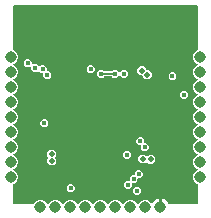
<source format=gbr>
G04 EAGLE Gerber RS-274X export*
G75*
%MOMM*%
%FSLAX34Y34*%
%LPD*%
%INCopper Layer 2*%
%IPPOS*%
%AMOC8*
5,1,8,0,0,1.08239X$1,22.5*%
G01*
%ADD10C,0.975000*%
%ADD11C,0.403200*%
%ADD12C,0.503200*%
%ADD13C,0.200000*%

G36*
X21074Y2382D02*
X21074Y2382D01*
X21190Y2399D01*
X21196Y2401D01*
X21202Y2402D01*
X21305Y2457D01*
X21410Y2510D01*
X21414Y2515D01*
X21419Y2518D01*
X21499Y2602D01*
X21582Y2686D01*
X21585Y2692D01*
X21589Y2696D01*
X21597Y2713D01*
X21663Y2833D01*
X21984Y3608D01*
X23713Y5337D01*
X25972Y6273D01*
X28416Y6273D01*
X30675Y5337D01*
X32404Y3608D01*
X32725Y2833D01*
X32787Y2733D01*
X32847Y2633D01*
X32852Y2629D01*
X32855Y2624D01*
X32945Y2549D01*
X33034Y2473D01*
X33040Y2471D01*
X33044Y2467D01*
X33153Y2425D01*
X33262Y2381D01*
X33270Y2380D01*
X33274Y2379D01*
X33292Y2378D01*
X33429Y2363D01*
X33659Y2363D01*
X33774Y2382D01*
X33890Y2399D01*
X33896Y2401D01*
X33902Y2402D01*
X34005Y2457D01*
X34110Y2510D01*
X34114Y2515D01*
X34119Y2518D01*
X34199Y2602D01*
X34282Y2686D01*
X34285Y2692D01*
X34289Y2696D01*
X34297Y2713D01*
X34363Y2833D01*
X34684Y3608D01*
X36413Y5337D01*
X38672Y6273D01*
X41116Y6273D01*
X43375Y5337D01*
X45104Y3608D01*
X45425Y2833D01*
X45487Y2733D01*
X45547Y2633D01*
X45552Y2629D01*
X45555Y2624D01*
X45645Y2549D01*
X45734Y2473D01*
X45740Y2471D01*
X45744Y2467D01*
X45853Y2425D01*
X45962Y2381D01*
X45970Y2380D01*
X45974Y2379D01*
X45992Y2378D01*
X46129Y2363D01*
X46359Y2363D01*
X46474Y2382D01*
X46590Y2399D01*
X46596Y2401D01*
X46602Y2402D01*
X46705Y2457D01*
X46810Y2510D01*
X46814Y2515D01*
X46819Y2518D01*
X46900Y2603D01*
X46982Y2686D01*
X46985Y2692D01*
X46989Y2696D01*
X46997Y2713D01*
X47063Y2833D01*
X47384Y3608D01*
X49113Y5337D01*
X51372Y6273D01*
X53816Y6273D01*
X56075Y5337D01*
X57804Y3608D01*
X58125Y2833D01*
X58187Y2733D01*
X58247Y2633D01*
X58252Y2629D01*
X58255Y2624D01*
X58345Y2549D01*
X58434Y2473D01*
X58440Y2471D01*
X58444Y2467D01*
X58553Y2425D01*
X58662Y2381D01*
X58669Y2380D01*
X58674Y2379D01*
X58692Y2378D01*
X58829Y2363D01*
X59059Y2363D01*
X59174Y2382D01*
X59290Y2399D01*
X59296Y2401D01*
X59302Y2402D01*
X59405Y2457D01*
X59510Y2510D01*
X59514Y2515D01*
X59519Y2518D01*
X59600Y2603D01*
X59682Y2686D01*
X59685Y2692D01*
X59689Y2696D01*
X59697Y2713D01*
X59763Y2833D01*
X60084Y3608D01*
X61813Y5337D01*
X64072Y6273D01*
X66516Y6273D01*
X68775Y5337D01*
X70504Y3608D01*
X70825Y2833D01*
X70887Y2733D01*
X70947Y2633D01*
X70952Y2629D01*
X70955Y2624D01*
X71045Y2549D01*
X71134Y2473D01*
X71140Y2471D01*
X71144Y2467D01*
X71253Y2425D01*
X71362Y2381D01*
X71369Y2380D01*
X71374Y2379D01*
X71392Y2378D01*
X71529Y2363D01*
X71759Y2363D01*
X71874Y2382D01*
X71990Y2399D01*
X71996Y2401D01*
X72002Y2402D01*
X72105Y2457D01*
X72210Y2510D01*
X72214Y2515D01*
X72219Y2518D01*
X72300Y2603D01*
X72382Y2686D01*
X72385Y2692D01*
X72389Y2696D01*
X72397Y2713D01*
X72463Y2833D01*
X72784Y3608D01*
X74513Y5337D01*
X76772Y6273D01*
X79216Y6273D01*
X81475Y5337D01*
X83204Y3608D01*
X83525Y2833D01*
X83587Y2733D01*
X83647Y2633D01*
X83652Y2629D01*
X83655Y2624D01*
X83745Y2549D01*
X83834Y2473D01*
X83840Y2471D01*
X83844Y2467D01*
X83953Y2425D01*
X84062Y2381D01*
X84069Y2380D01*
X84074Y2379D01*
X84092Y2378D01*
X84229Y2363D01*
X84459Y2363D01*
X84574Y2382D01*
X84690Y2399D01*
X84696Y2401D01*
X84702Y2402D01*
X84805Y2457D01*
X84910Y2510D01*
X84914Y2515D01*
X84919Y2518D01*
X84999Y2602D01*
X85082Y2686D01*
X85085Y2692D01*
X85089Y2696D01*
X85097Y2713D01*
X85163Y2833D01*
X85484Y3608D01*
X87213Y5337D01*
X89472Y6273D01*
X91916Y6273D01*
X94175Y5337D01*
X95904Y3608D01*
X96225Y2833D01*
X96287Y2733D01*
X96347Y2633D01*
X96352Y2629D01*
X96355Y2624D01*
X96445Y2549D01*
X96534Y2473D01*
X96540Y2471D01*
X96544Y2467D01*
X96653Y2425D01*
X96762Y2381D01*
X96770Y2380D01*
X96774Y2379D01*
X96792Y2378D01*
X96929Y2363D01*
X97159Y2363D01*
X97274Y2382D01*
X97390Y2399D01*
X97396Y2401D01*
X97402Y2402D01*
X97505Y2457D01*
X97610Y2510D01*
X97614Y2515D01*
X97619Y2518D01*
X97699Y2602D01*
X97782Y2686D01*
X97785Y2692D01*
X97789Y2696D01*
X97797Y2713D01*
X97863Y2833D01*
X98184Y3608D01*
X99913Y5337D01*
X102172Y6273D01*
X104616Y6273D01*
X106875Y5337D01*
X108604Y3608D01*
X108925Y2833D01*
X108987Y2733D01*
X109047Y2633D01*
X109052Y2629D01*
X109055Y2624D01*
X109145Y2549D01*
X109234Y2473D01*
X109240Y2471D01*
X109244Y2467D01*
X109353Y2425D01*
X109462Y2381D01*
X109470Y2380D01*
X109474Y2379D01*
X109492Y2378D01*
X109629Y2363D01*
X109859Y2363D01*
X109974Y2382D01*
X110090Y2399D01*
X110096Y2401D01*
X110102Y2402D01*
X110205Y2457D01*
X110310Y2510D01*
X110314Y2515D01*
X110319Y2518D01*
X110399Y2602D01*
X110482Y2686D01*
X110485Y2692D01*
X110489Y2696D01*
X110497Y2713D01*
X110563Y2833D01*
X110884Y3608D01*
X112613Y5337D01*
X114872Y6273D01*
X117316Y6273D01*
X119575Y5337D01*
X121186Y3726D01*
X121263Y3671D01*
X121335Y3611D01*
X121362Y3600D01*
X121386Y3583D01*
X121476Y3555D01*
X121564Y3521D01*
X121593Y3519D01*
X121621Y3510D01*
X121715Y3513D01*
X121809Y3508D01*
X121837Y3516D01*
X121867Y3517D01*
X121955Y3549D01*
X122046Y3575D01*
X122070Y3591D01*
X122098Y3601D01*
X122171Y3660D01*
X122249Y3713D01*
X122273Y3742D01*
X122290Y3755D01*
X122307Y3782D01*
X122357Y3842D01*
X123034Y4854D01*
X124067Y5887D01*
X125281Y6699D01*
X126631Y7258D01*
X127271Y7385D01*
X127271Y3124D01*
X127274Y3104D01*
X127272Y3085D01*
X127294Y2983D01*
X127311Y2881D01*
X127320Y2864D01*
X127324Y2844D01*
X127377Y2755D01*
X127426Y2664D01*
X127440Y2650D01*
X127450Y2633D01*
X127529Y2566D01*
X127604Y2494D01*
X127622Y2486D01*
X127637Y2473D01*
X127733Y2434D01*
X127827Y2391D01*
X127847Y2389D01*
X127865Y2381D01*
X128032Y2363D01*
X129556Y2363D01*
X129576Y2366D01*
X129595Y2364D01*
X129697Y2386D01*
X129799Y2402D01*
X129816Y2412D01*
X129836Y2416D01*
X129925Y2469D01*
X130016Y2518D01*
X130030Y2532D01*
X130047Y2542D01*
X130114Y2621D01*
X130185Y2696D01*
X130194Y2714D01*
X130207Y2729D01*
X130246Y2825D01*
X130289Y2919D01*
X130291Y2939D01*
X130299Y2957D01*
X130317Y3124D01*
X130317Y7385D01*
X130957Y7258D01*
X132307Y6699D01*
X133521Y5887D01*
X134554Y4854D01*
X135366Y3640D01*
X135700Y2833D01*
X135762Y2733D01*
X135822Y2633D01*
X135826Y2629D01*
X135830Y2624D01*
X135920Y2549D01*
X136008Y2473D01*
X136014Y2471D01*
X136019Y2467D01*
X136128Y2425D01*
X136237Y2381D01*
X136244Y2380D01*
X136249Y2379D01*
X136267Y2378D01*
X136403Y2363D01*
X159817Y2363D01*
X159837Y2366D01*
X159856Y2364D01*
X159958Y2386D01*
X160060Y2402D01*
X160077Y2412D01*
X160097Y2416D01*
X160186Y2469D01*
X160277Y2518D01*
X160291Y2532D01*
X160308Y2542D01*
X160375Y2621D01*
X160447Y2696D01*
X160455Y2714D01*
X160468Y2729D01*
X160507Y2825D01*
X160550Y2919D01*
X160552Y2939D01*
X160560Y2957D01*
X160578Y3124D01*
X160578Y19286D01*
X160559Y19401D01*
X160542Y19517D01*
X160540Y19522D01*
X160539Y19529D01*
X160484Y19631D01*
X160431Y19736D01*
X160426Y19740D01*
X160423Y19746D01*
X160339Y19826D01*
X160255Y19908D01*
X160249Y19912D01*
X160245Y19915D01*
X160228Y19923D01*
X160108Y19989D01*
X159117Y20400D01*
X157388Y22129D01*
X156452Y24388D01*
X156452Y26832D01*
X157388Y29091D01*
X159117Y30820D01*
X160108Y31231D01*
X160208Y31292D01*
X160308Y31352D01*
X160312Y31357D01*
X160317Y31360D01*
X160391Y31450D01*
X160468Y31539D01*
X160470Y31545D01*
X160474Y31550D01*
X160516Y31658D01*
X160560Y31767D01*
X160561Y31775D01*
X160562Y31780D01*
X160563Y31798D01*
X160578Y31934D01*
X160578Y31986D01*
X160573Y32020D01*
X160573Y32025D01*
X160571Y32033D01*
X160559Y32101D01*
X160542Y32217D01*
X160540Y32222D01*
X160539Y32229D01*
X160484Y32331D01*
X160431Y32436D01*
X160426Y32440D01*
X160423Y32446D01*
X160339Y32526D01*
X160255Y32608D01*
X160249Y32612D01*
X160245Y32615D01*
X160228Y32623D01*
X160108Y32689D01*
X159117Y33100D01*
X157388Y34829D01*
X156452Y37088D01*
X156452Y39532D01*
X157388Y41791D01*
X159117Y43520D01*
X160108Y43931D01*
X160208Y43992D01*
X160308Y44052D01*
X160312Y44057D01*
X160317Y44060D01*
X160392Y44150D01*
X160468Y44239D01*
X160470Y44245D01*
X160474Y44250D01*
X160516Y44358D01*
X160560Y44467D01*
X160561Y44475D01*
X160562Y44480D01*
X160563Y44498D01*
X160578Y44634D01*
X160578Y44686D01*
X160573Y44720D01*
X160573Y44725D01*
X160571Y44733D01*
X160559Y44801D01*
X160542Y44917D01*
X160540Y44922D01*
X160539Y44929D01*
X160484Y45031D01*
X160431Y45136D01*
X160426Y45140D01*
X160423Y45146D01*
X160339Y45226D01*
X160255Y45308D01*
X160249Y45312D01*
X160245Y45315D01*
X160228Y45323D01*
X160108Y45389D01*
X159117Y45800D01*
X157388Y47529D01*
X156452Y49788D01*
X156452Y52232D01*
X157388Y54491D01*
X159117Y56220D01*
X160108Y56631D01*
X160208Y56692D01*
X160308Y56752D01*
X160312Y56757D01*
X160317Y56760D01*
X160392Y56850D01*
X160468Y56939D01*
X160470Y56945D01*
X160474Y56950D01*
X160516Y57058D01*
X160560Y57167D01*
X160561Y57175D01*
X160562Y57180D01*
X160563Y57198D01*
X160578Y57334D01*
X160578Y57386D01*
X160573Y57420D01*
X160573Y57425D01*
X160571Y57433D01*
X160559Y57501D01*
X160542Y57617D01*
X160540Y57622D01*
X160539Y57629D01*
X160484Y57731D01*
X160431Y57836D01*
X160426Y57840D01*
X160423Y57846D01*
X160339Y57926D01*
X160255Y58008D01*
X160249Y58012D01*
X160245Y58015D01*
X160228Y58023D01*
X160108Y58089D01*
X159117Y58500D01*
X157388Y60229D01*
X156452Y62488D01*
X156452Y64932D01*
X157388Y67191D01*
X159117Y68920D01*
X160108Y69331D01*
X160208Y69392D01*
X160308Y69452D01*
X160312Y69457D01*
X160317Y69460D01*
X160392Y69550D01*
X160468Y69639D01*
X160470Y69645D01*
X160474Y69650D01*
X160516Y69758D01*
X160560Y69867D01*
X160561Y69875D01*
X160562Y69880D01*
X160563Y69898D01*
X160578Y70034D01*
X160578Y70086D01*
X160573Y70120D01*
X160573Y70125D01*
X160571Y70133D01*
X160559Y70201D01*
X160542Y70317D01*
X160540Y70322D01*
X160539Y70329D01*
X160484Y70431D01*
X160431Y70536D01*
X160426Y70540D01*
X160423Y70546D01*
X160339Y70626D01*
X160255Y70708D01*
X160249Y70712D01*
X160245Y70715D01*
X160228Y70723D01*
X160108Y70789D01*
X159117Y71200D01*
X157388Y72929D01*
X156452Y75188D01*
X156452Y77632D01*
X157388Y79891D01*
X159117Y81620D01*
X160108Y82031D01*
X160208Y82092D01*
X160308Y82152D01*
X160312Y82157D01*
X160317Y82160D01*
X160392Y82250D01*
X160468Y82339D01*
X160470Y82345D01*
X160474Y82350D01*
X160516Y82458D01*
X160560Y82567D01*
X160561Y82575D01*
X160562Y82580D01*
X160563Y82598D01*
X160578Y82734D01*
X160578Y82786D01*
X160573Y82820D01*
X160573Y82825D01*
X160571Y82833D01*
X160560Y82900D01*
X160542Y83017D01*
X160540Y83022D01*
X160539Y83029D01*
X160484Y83131D01*
X160431Y83236D01*
X160426Y83240D01*
X160423Y83246D01*
X160339Y83326D01*
X160255Y83408D01*
X160249Y83412D01*
X160245Y83415D01*
X160228Y83423D01*
X160108Y83489D01*
X159117Y83900D01*
X157388Y85629D01*
X156452Y87888D01*
X156452Y90332D01*
X157388Y92591D01*
X159117Y94320D01*
X160108Y94731D01*
X160208Y94792D01*
X160308Y94852D01*
X160312Y94857D01*
X160317Y94860D01*
X160392Y94950D01*
X160468Y95039D01*
X160470Y95045D01*
X160474Y95050D01*
X160516Y95158D01*
X160560Y95267D01*
X160561Y95275D01*
X160562Y95280D01*
X160563Y95298D01*
X160578Y95434D01*
X160578Y95486D01*
X160573Y95520D01*
X160573Y95525D01*
X160571Y95533D01*
X160559Y95601D01*
X160542Y95717D01*
X160540Y95722D01*
X160539Y95729D01*
X160484Y95831D01*
X160431Y95936D01*
X160426Y95940D01*
X160423Y95946D01*
X160339Y96026D01*
X160255Y96108D01*
X160249Y96112D01*
X160245Y96115D01*
X160228Y96123D01*
X160108Y96189D01*
X159117Y96600D01*
X157388Y98329D01*
X156452Y100588D01*
X156452Y103032D01*
X157388Y105291D01*
X159117Y107020D01*
X160108Y107431D01*
X160208Y107492D01*
X160308Y107552D01*
X160312Y107557D01*
X160317Y107560D01*
X160392Y107650D01*
X160468Y107739D01*
X160470Y107745D01*
X160474Y107750D01*
X160516Y107858D01*
X160560Y107967D01*
X160561Y107975D01*
X160562Y107980D01*
X160563Y107998D01*
X160578Y108134D01*
X160578Y108186D01*
X160576Y108202D01*
X160577Y108216D01*
X160561Y108289D01*
X160560Y108300D01*
X160542Y108417D01*
X160540Y108422D01*
X160539Y108429D01*
X160526Y108453D01*
X160525Y108456D01*
X160515Y108473D01*
X160484Y108531D01*
X160431Y108636D01*
X160426Y108640D01*
X160423Y108646D01*
X160339Y108726D01*
X160255Y108808D01*
X160249Y108812D01*
X160245Y108815D01*
X160228Y108823D01*
X160108Y108889D01*
X159117Y109300D01*
X157388Y111029D01*
X156452Y113288D01*
X156452Y115732D01*
X157388Y117991D01*
X159117Y119720D01*
X160108Y120131D01*
X160208Y120192D01*
X160308Y120252D01*
X160312Y120257D01*
X160317Y120260D01*
X160391Y120350D01*
X160468Y120439D01*
X160470Y120445D01*
X160474Y120450D01*
X160516Y120558D01*
X160560Y120667D01*
X160561Y120675D01*
X160562Y120680D01*
X160563Y120698D01*
X160578Y120834D01*
X160578Y120886D01*
X160573Y120920D01*
X160573Y120925D01*
X160571Y120933D01*
X160559Y121001D01*
X160542Y121117D01*
X160540Y121122D01*
X160539Y121129D01*
X160484Y121231D01*
X160431Y121336D01*
X160426Y121340D01*
X160423Y121346D01*
X160339Y121426D01*
X160255Y121508D01*
X160249Y121512D01*
X160245Y121515D01*
X160228Y121523D01*
X160108Y121589D01*
X159117Y122000D01*
X157388Y123729D01*
X156452Y125988D01*
X156452Y128432D01*
X157388Y130691D01*
X159117Y132420D01*
X160108Y132831D01*
X160208Y132892D01*
X160308Y132952D01*
X160312Y132957D01*
X160317Y132960D01*
X160392Y133050D01*
X160468Y133139D01*
X160470Y133145D01*
X160474Y133150D01*
X160516Y133258D01*
X160560Y133367D01*
X160561Y133375D01*
X160562Y133380D01*
X160563Y133398D01*
X160578Y133534D01*
X160578Y170043D01*
X160575Y170063D01*
X160577Y170082D01*
X160555Y170184D01*
X160539Y170286D01*
X160529Y170303D01*
X160525Y170323D01*
X160472Y170412D01*
X160423Y170503D01*
X160409Y170517D01*
X160399Y170534D01*
X160320Y170601D01*
X160245Y170673D01*
X160227Y170681D01*
X160212Y170694D01*
X160116Y170733D01*
X160022Y170776D01*
X160002Y170778D01*
X159984Y170786D01*
X159817Y170804D01*
X4775Y170804D01*
X4755Y170801D01*
X4736Y170803D01*
X4634Y170781D01*
X4532Y170765D01*
X4515Y170755D01*
X4495Y170751D01*
X4406Y170698D01*
X4315Y170649D01*
X4301Y170635D01*
X4284Y170625D01*
X4217Y170546D01*
X4145Y170471D01*
X4137Y170453D01*
X4124Y170438D01*
X4085Y170342D01*
X4042Y170248D01*
X4040Y170228D01*
X4032Y170210D01*
X4014Y170043D01*
X4014Y133519D01*
X4033Y133405D01*
X4050Y133289D01*
X4052Y133283D01*
X4053Y133277D01*
X4108Y133174D01*
X4161Y133069D01*
X4166Y133065D01*
X4169Y133059D01*
X4253Y132980D01*
X4337Y132897D01*
X4343Y132893D01*
X4347Y132890D01*
X4364Y132882D01*
X4484Y132816D01*
X5640Y132337D01*
X7369Y130608D01*
X8305Y128349D01*
X8305Y125905D01*
X7369Y123646D01*
X5640Y121917D01*
X4586Y121480D01*
X4525Y121443D01*
X4460Y121413D01*
X4421Y121378D01*
X4377Y121351D01*
X4331Y121295D01*
X4279Y121247D01*
X4254Y121201D01*
X4220Y121161D01*
X4195Y121094D01*
X4160Y121031D01*
X4151Y120980D01*
X4132Y120932D01*
X4129Y120860D01*
X4116Y120789D01*
X4124Y120738D01*
X4122Y120686D01*
X4142Y120617D01*
X4152Y120546D01*
X4176Y120500D01*
X4190Y120450D01*
X4231Y120391D01*
X4264Y120327D01*
X4301Y120290D01*
X4331Y120248D01*
X4388Y120205D01*
X4439Y120155D01*
X4502Y120120D01*
X4528Y120101D01*
X4550Y120094D01*
X4586Y120074D01*
X5640Y119637D01*
X7369Y117908D01*
X8305Y115649D01*
X8305Y113205D01*
X7369Y110946D01*
X5640Y109217D01*
X4586Y108780D01*
X4525Y108743D01*
X4460Y108713D01*
X4421Y108678D01*
X4377Y108651D01*
X4331Y108595D01*
X4279Y108547D01*
X4254Y108501D01*
X4220Y108461D01*
X4195Y108394D01*
X4160Y108331D01*
X4151Y108280D01*
X4132Y108232D01*
X4129Y108160D01*
X4116Y108089D01*
X4124Y108038D01*
X4122Y107986D01*
X4142Y107917D01*
X4152Y107846D01*
X4176Y107800D01*
X4190Y107750D01*
X4231Y107691D01*
X4264Y107627D01*
X4301Y107590D01*
X4331Y107548D01*
X4388Y107505D01*
X4439Y107455D01*
X4502Y107420D01*
X4528Y107401D01*
X4550Y107394D01*
X4586Y107374D01*
X5640Y106937D01*
X7369Y105208D01*
X8305Y102949D01*
X8305Y100505D01*
X7369Y98246D01*
X5640Y96517D01*
X4586Y96080D01*
X4525Y96043D01*
X4460Y96013D01*
X4421Y95978D01*
X4377Y95951D01*
X4331Y95895D01*
X4279Y95847D01*
X4254Y95801D01*
X4220Y95761D01*
X4195Y95694D01*
X4160Y95631D01*
X4151Y95580D01*
X4132Y95532D01*
X4129Y95460D01*
X4116Y95389D01*
X4124Y95338D01*
X4122Y95286D01*
X4142Y95217D01*
X4152Y95146D01*
X4176Y95100D01*
X4190Y95050D01*
X4231Y94991D01*
X4264Y94927D01*
X4301Y94890D01*
X4331Y94848D01*
X4388Y94805D01*
X4439Y94755D01*
X4502Y94720D01*
X4528Y94701D01*
X4550Y94694D01*
X4586Y94674D01*
X5640Y94237D01*
X7369Y92508D01*
X8305Y90249D01*
X8305Y87805D01*
X7369Y85546D01*
X5640Y83817D01*
X4586Y83380D01*
X4525Y83343D01*
X4460Y83313D01*
X4421Y83278D01*
X4377Y83251D01*
X4331Y83195D01*
X4279Y83147D01*
X4254Y83101D01*
X4220Y83061D01*
X4195Y82994D01*
X4160Y82931D01*
X4151Y82880D01*
X4132Y82832D01*
X4129Y82760D01*
X4116Y82689D01*
X4124Y82638D01*
X4122Y82586D01*
X4142Y82517D01*
X4152Y82446D01*
X4176Y82400D01*
X4190Y82350D01*
X4231Y82291D01*
X4264Y82227D01*
X4301Y82190D01*
X4331Y82148D01*
X4388Y82105D01*
X4439Y82055D01*
X4502Y82020D01*
X4528Y82001D01*
X4550Y81994D01*
X4586Y81974D01*
X5640Y81537D01*
X7369Y79808D01*
X8305Y77549D01*
X8305Y75105D01*
X7369Y72846D01*
X5640Y71117D01*
X4586Y70680D01*
X4525Y70643D01*
X4460Y70613D01*
X4421Y70578D01*
X4377Y70551D01*
X4331Y70496D01*
X4279Y70447D01*
X4254Y70401D01*
X4220Y70361D01*
X4195Y70294D01*
X4160Y70231D01*
X4151Y70180D01*
X4132Y70132D01*
X4129Y70060D01*
X4116Y69989D01*
X4124Y69938D01*
X4122Y69886D01*
X4142Y69817D01*
X4152Y69746D01*
X4176Y69700D01*
X4190Y69650D01*
X4231Y69591D01*
X4264Y69527D01*
X4301Y69490D01*
X4331Y69448D01*
X4388Y69405D01*
X4439Y69355D01*
X4502Y69320D01*
X4528Y69301D01*
X4550Y69294D01*
X4586Y69274D01*
X5640Y68837D01*
X7369Y67108D01*
X8305Y64849D01*
X8305Y62405D01*
X7369Y60146D01*
X5640Y58417D01*
X4586Y57980D01*
X4525Y57943D01*
X4460Y57913D01*
X4421Y57878D01*
X4377Y57851D01*
X4331Y57796D01*
X4279Y57747D01*
X4254Y57701D01*
X4220Y57661D01*
X4195Y57594D01*
X4160Y57531D01*
X4151Y57480D01*
X4132Y57432D01*
X4129Y57360D01*
X4116Y57289D01*
X4124Y57238D01*
X4122Y57186D01*
X4142Y57117D01*
X4152Y57046D01*
X4176Y57000D01*
X4190Y56950D01*
X4231Y56891D01*
X4264Y56827D01*
X4301Y56790D01*
X4331Y56748D01*
X4388Y56705D01*
X4439Y56655D01*
X4502Y56620D01*
X4528Y56601D01*
X4550Y56594D01*
X4586Y56574D01*
X5640Y56137D01*
X7369Y54408D01*
X8305Y52149D01*
X8305Y49705D01*
X7369Y47446D01*
X5640Y45717D01*
X4586Y45280D01*
X4525Y45243D01*
X4460Y45213D01*
X4421Y45178D01*
X4377Y45151D01*
X4331Y45096D01*
X4279Y45047D01*
X4254Y45001D01*
X4220Y44961D01*
X4195Y44894D01*
X4160Y44831D01*
X4151Y44780D01*
X4132Y44732D01*
X4129Y44660D01*
X4116Y44589D01*
X4124Y44538D01*
X4122Y44486D01*
X4142Y44417D01*
X4152Y44346D01*
X4176Y44300D01*
X4190Y44250D01*
X4231Y44191D01*
X4264Y44127D01*
X4301Y44090D01*
X4331Y44048D01*
X4388Y44005D01*
X4439Y43955D01*
X4502Y43920D01*
X4528Y43901D01*
X4550Y43894D01*
X4586Y43874D01*
X5640Y43437D01*
X7369Y41708D01*
X8305Y39449D01*
X8305Y37005D01*
X7369Y34746D01*
X5640Y33017D01*
X4586Y32580D01*
X4525Y32543D01*
X4460Y32513D01*
X4421Y32478D01*
X4377Y32451D01*
X4331Y32396D01*
X4279Y32347D01*
X4254Y32301D01*
X4220Y32261D01*
X4195Y32194D01*
X4160Y32131D01*
X4151Y32080D01*
X4132Y32032D01*
X4129Y31960D01*
X4116Y31889D01*
X4124Y31838D01*
X4122Y31786D01*
X4142Y31717D01*
X4152Y31646D01*
X4176Y31600D01*
X4190Y31550D01*
X4231Y31491D01*
X4264Y31427D01*
X4301Y31390D01*
X4331Y31348D01*
X4388Y31305D01*
X4439Y31255D01*
X4502Y31220D01*
X4528Y31201D01*
X4550Y31194D01*
X4586Y31174D01*
X5640Y30737D01*
X7369Y29008D01*
X8305Y26749D01*
X8305Y24305D01*
X7369Y22046D01*
X5640Y20317D01*
X4484Y19838D01*
X4384Y19776D01*
X4284Y19716D01*
X4280Y19712D01*
X4275Y19708D01*
X4200Y19619D01*
X4124Y19529D01*
X4122Y19524D01*
X4118Y19519D01*
X4076Y19411D01*
X4032Y19301D01*
X4031Y19294D01*
X4030Y19289D01*
X4029Y19271D01*
X4014Y19135D01*
X4014Y3124D01*
X4017Y3104D01*
X4015Y3085D01*
X4037Y2983D01*
X4053Y2881D01*
X4063Y2864D01*
X4067Y2844D01*
X4120Y2755D01*
X4169Y2664D01*
X4183Y2650D01*
X4193Y2633D01*
X4272Y2566D01*
X4347Y2494D01*
X4365Y2486D01*
X4380Y2473D01*
X4476Y2434D01*
X4570Y2391D01*
X4590Y2389D01*
X4608Y2381D01*
X4775Y2363D01*
X20959Y2363D01*
X21074Y2382D01*
G37*
%LPC*%
G36*
X31659Y108473D02*
X31659Y108473D01*
X29733Y110399D01*
X29733Y112792D01*
X29730Y112812D01*
X29732Y112831D01*
X29710Y112933D01*
X29694Y113035D01*
X29684Y113052D01*
X29680Y113072D01*
X29627Y113161D01*
X29578Y113252D01*
X29564Y113266D01*
X29554Y113283D01*
X29475Y113350D01*
X29400Y113422D01*
X29382Y113430D01*
X29367Y113443D01*
X29271Y113482D01*
X29177Y113525D01*
X29157Y113527D01*
X29139Y113535D01*
X28972Y113553D01*
X27849Y113553D01*
X25938Y115464D01*
X25922Y115475D01*
X25910Y115491D01*
X25822Y115547D01*
X25739Y115607D01*
X25720Y115613D01*
X25703Y115624D01*
X25602Y115649D01*
X25503Y115679D01*
X25484Y115679D01*
X25464Y115684D01*
X25361Y115676D01*
X25258Y115673D01*
X25239Y115666D01*
X25219Y115665D01*
X25124Y115624D01*
X25027Y115589D01*
X25011Y115576D01*
X24993Y115568D01*
X24862Y115464D01*
X24221Y114823D01*
X21499Y114823D01*
X19573Y116749D01*
X19573Y118497D01*
X19562Y118568D01*
X19560Y118640D01*
X19542Y118689D01*
X19534Y118740D01*
X19500Y118803D01*
X19475Y118871D01*
X19443Y118912D01*
X19418Y118957D01*
X19367Y119007D01*
X19322Y119063D01*
X19278Y119091D01*
X19240Y119127D01*
X19175Y119157D01*
X19115Y119196D01*
X19064Y119209D01*
X19017Y119230D01*
X18946Y119238D01*
X18876Y119256D01*
X18824Y119252D01*
X18773Y119258D01*
X18702Y119242D01*
X18631Y119237D01*
X18583Y119216D01*
X18532Y119205D01*
X18471Y119168D01*
X18405Y119140D01*
X18349Y119096D01*
X18321Y119079D01*
X18306Y119061D01*
X18274Y119036D01*
X17871Y118633D01*
X15149Y118633D01*
X13223Y120559D01*
X13223Y123281D01*
X15149Y125207D01*
X17871Y125207D01*
X19797Y123281D01*
X19797Y121533D01*
X19808Y121462D01*
X19810Y121390D01*
X19828Y121341D01*
X19836Y121290D01*
X19870Y121227D01*
X19895Y121159D01*
X19927Y121118D01*
X19952Y121073D01*
X20003Y121023D01*
X20048Y120967D01*
X20092Y120939D01*
X20130Y120903D01*
X20195Y120873D01*
X20255Y120834D01*
X20306Y120821D01*
X20353Y120800D01*
X20424Y120792D01*
X20494Y120774D01*
X20546Y120778D01*
X20597Y120772D01*
X20668Y120788D01*
X20739Y120793D01*
X20787Y120814D01*
X20838Y120825D01*
X20899Y120862D01*
X20965Y120890D01*
X21021Y120934D01*
X21049Y120951D01*
X21064Y120969D01*
X21096Y120994D01*
X21499Y121397D01*
X24221Y121397D01*
X26132Y119486D01*
X26148Y119475D01*
X26160Y119459D01*
X26248Y119403D01*
X26331Y119343D01*
X26350Y119337D01*
X26367Y119326D01*
X26468Y119301D01*
X26567Y119271D01*
X26586Y119271D01*
X26606Y119266D01*
X26709Y119274D01*
X26812Y119277D01*
X26831Y119284D01*
X26851Y119285D01*
X26946Y119326D01*
X27043Y119361D01*
X27059Y119374D01*
X27077Y119382D01*
X27208Y119486D01*
X27849Y120127D01*
X30571Y120127D01*
X32497Y118201D01*
X32497Y115808D01*
X32500Y115788D01*
X32498Y115769D01*
X32520Y115667D01*
X32536Y115565D01*
X32546Y115548D01*
X32550Y115528D01*
X32603Y115439D01*
X32652Y115348D01*
X32666Y115334D01*
X32676Y115317D01*
X32755Y115250D01*
X32830Y115178D01*
X32848Y115170D01*
X32863Y115157D01*
X32959Y115118D01*
X33053Y115075D01*
X33073Y115073D01*
X33091Y115065D01*
X33258Y115047D01*
X34381Y115047D01*
X36307Y113121D01*
X36307Y110399D01*
X34381Y108473D01*
X31659Y108473D01*
G37*
%LPD*%
%LPC*%
G36*
X77379Y109743D02*
X77379Y109743D01*
X75453Y111669D01*
X75453Y114391D01*
X77379Y116317D01*
X80101Y116317D01*
X80894Y115524D01*
X80968Y115471D01*
X81038Y115411D01*
X81068Y115399D01*
X81094Y115380D01*
X81181Y115353D01*
X81266Y115319D01*
X81307Y115315D01*
X81329Y115308D01*
X81361Y115309D01*
X81433Y115301D01*
X87477Y115301D01*
X87567Y115315D01*
X87658Y115323D01*
X87688Y115335D01*
X87720Y115340D01*
X87801Y115383D01*
X87885Y115419D01*
X87917Y115445D01*
X87937Y115456D01*
X87960Y115479D01*
X88016Y115524D01*
X88809Y116317D01*
X91531Y116317D01*
X93442Y114406D01*
X93458Y114395D01*
X93470Y114379D01*
X93558Y114323D01*
X93641Y114263D01*
X93660Y114257D01*
X93677Y114246D01*
X93778Y114221D01*
X93877Y114191D01*
X93896Y114191D01*
X93916Y114186D01*
X94019Y114194D01*
X94122Y114197D01*
X94141Y114204D01*
X94161Y114205D01*
X94256Y114246D01*
X94353Y114281D01*
X94369Y114294D01*
X94387Y114302D01*
X94518Y114406D01*
X96429Y116317D01*
X99151Y116317D01*
X101077Y114391D01*
X101077Y111669D01*
X99151Y109743D01*
X96429Y109743D01*
X94518Y111654D01*
X94502Y111665D01*
X94490Y111681D01*
X94402Y111737D01*
X94319Y111797D01*
X94300Y111803D01*
X94283Y111814D01*
X94182Y111839D01*
X94083Y111869D01*
X94064Y111869D01*
X94044Y111874D01*
X93941Y111866D01*
X93838Y111863D01*
X93819Y111856D01*
X93799Y111855D01*
X93704Y111814D01*
X93607Y111779D01*
X93591Y111766D01*
X93573Y111758D01*
X93442Y111654D01*
X91531Y109743D01*
X88809Y109743D01*
X88016Y110536D01*
X87942Y110589D01*
X87872Y110649D01*
X87842Y110661D01*
X87816Y110680D01*
X87729Y110707D01*
X87644Y110741D01*
X87603Y110745D01*
X87581Y110752D01*
X87549Y110751D01*
X87477Y110759D01*
X81433Y110759D01*
X81343Y110745D01*
X81252Y110737D01*
X81222Y110725D01*
X81190Y110720D01*
X81109Y110677D01*
X81025Y110641D01*
X80993Y110615D01*
X80973Y110604D01*
X80950Y110581D01*
X80894Y110536D01*
X80101Y109743D01*
X77379Y109743D01*
G37*
%LPD*%
%LPC*%
G36*
X100318Y15763D02*
X100318Y15763D01*
X98393Y17689D01*
X98393Y20411D01*
X100318Y22337D01*
X102042Y22337D01*
X102062Y22340D01*
X102081Y22338D01*
X102183Y22360D01*
X102285Y22376D01*
X102302Y22386D01*
X102322Y22390D01*
X102411Y22443D01*
X102502Y22492D01*
X102516Y22506D01*
X102533Y22516D01*
X102600Y22595D01*
X102671Y22670D01*
X102680Y22688D01*
X102693Y22703D01*
X102731Y22799D01*
X102775Y22893D01*
X102777Y22913D01*
X102785Y22931D01*
X102803Y23098D01*
X102803Y24991D01*
X104728Y26917D01*
X106442Y26917D01*
X106462Y26920D01*
X106481Y26918D01*
X106583Y26940D01*
X106685Y26957D01*
X106702Y26966D01*
X106722Y26970D01*
X106811Y27023D01*
X106902Y27072D01*
X106916Y27086D01*
X106933Y27096D01*
X107000Y27175D01*
X107072Y27250D01*
X107080Y27268D01*
X107093Y27283D01*
X107132Y27379D01*
X107175Y27473D01*
X107177Y27493D01*
X107185Y27511D01*
X107203Y27678D01*
X107203Y29301D01*
X109129Y31227D01*
X111851Y31227D01*
X113777Y29301D01*
X113777Y26579D01*
X111851Y24653D01*
X110138Y24653D01*
X110118Y24650D01*
X110098Y24652D01*
X109997Y24630D01*
X109895Y24614D01*
X109877Y24604D01*
X109858Y24600D01*
X109769Y24547D01*
X109678Y24498D01*
X109664Y24484D01*
X109647Y24474D01*
X109580Y24395D01*
X109508Y24320D01*
X109500Y24302D01*
X109487Y24287D01*
X109448Y24191D01*
X109405Y24097D01*
X109402Y24077D01*
X109395Y24059D01*
X109377Y23892D01*
X109377Y22269D01*
X107451Y20343D01*
X105728Y20343D01*
X105708Y20340D01*
X105688Y20342D01*
X105587Y20320D01*
X105485Y20304D01*
X105468Y20294D01*
X105448Y20290D01*
X105359Y20237D01*
X105268Y20189D01*
X105254Y20174D01*
X105237Y20164D01*
X105170Y20085D01*
X105098Y20010D01*
X105090Y19992D01*
X105077Y19977D01*
X105038Y19881D01*
X104995Y19787D01*
X104993Y19767D01*
X104985Y19749D01*
X104967Y19582D01*
X104967Y17689D01*
X103041Y15763D01*
X100318Y15763D01*
G37*
%LPD*%
%LPC*%
G36*
X119081Y36853D02*
X119081Y36853D01*
X117722Y38213D01*
X117706Y38224D01*
X117694Y38240D01*
X117606Y38296D01*
X117522Y38356D01*
X117503Y38362D01*
X117487Y38373D01*
X117386Y38398D01*
X117287Y38428D01*
X117267Y38428D01*
X117248Y38433D01*
X117145Y38425D01*
X117042Y38422D01*
X117023Y38415D01*
X117003Y38414D01*
X116908Y38373D01*
X116810Y38338D01*
X116795Y38325D01*
X116777Y38317D01*
X116646Y38213D01*
X115473Y37040D01*
X112336Y37040D01*
X110118Y39258D01*
X110118Y42395D01*
X112336Y44613D01*
X115473Y44613D01*
X116832Y43254D01*
X116848Y43243D01*
X116861Y43227D01*
X116948Y43171D01*
X117032Y43111D01*
X117051Y43105D01*
X117068Y43094D01*
X117168Y43069D01*
X117267Y43038D01*
X117287Y43039D01*
X117306Y43034D01*
X117409Y43042D01*
X117513Y43045D01*
X117532Y43051D01*
X117552Y43053D01*
X117647Y43093D01*
X117744Y43129D01*
X117760Y43142D01*
X117778Y43149D01*
X117909Y43254D01*
X119081Y44427D01*
X122219Y44427D01*
X124437Y42209D01*
X124437Y39071D01*
X122219Y36853D01*
X119081Y36853D01*
G37*
%LPD*%
%LPC*%
G36*
X116059Y108353D02*
X116059Y108353D01*
X113841Y110571D01*
X113841Y111022D01*
X113838Y111042D01*
X113840Y111061D01*
X113818Y111163D01*
X113801Y111265D01*
X113792Y111282D01*
X113788Y111302D01*
X113735Y111391D01*
X113686Y111482D01*
X113672Y111496D01*
X113662Y111513D01*
X113583Y111580D01*
X113508Y111652D01*
X113490Y111660D01*
X113475Y111673D01*
X113379Y111712D01*
X113285Y111755D01*
X113265Y111757D01*
X113247Y111765D01*
X113080Y111783D01*
X111461Y111783D01*
X109243Y114001D01*
X109243Y117139D01*
X111461Y119357D01*
X114599Y119357D01*
X116817Y117139D01*
X116817Y116688D01*
X116820Y116668D01*
X116818Y116648D01*
X116840Y116547D01*
X116856Y116445D01*
X116866Y116427D01*
X116870Y116408D01*
X116923Y116319D01*
X116972Y116228D01*
X116986Y116214D01*
X116996Y116197D01*
X117075Y116129D01*
X117150Y116058D01*
X117168Y116050D01*
X117183Y116037D01*
X117279Y115998D01*
X117373Y115955D01*
X117393Y115952D01*
X117411Y115945D01*
X117578Y115926D01*
X119196Y115926D01*
X121415Y113708D01*
X121415Y110571D01*
X119196Y108353D01*
X116059Y108353D01*
G37*
%LPD*%
%LPC*%
G36*
X35261Y35583D02*
X35261Y35583D01*
X33043Y37801D01*
X33043Y40939D01*
X33682Y41578D01*
X33694Y41594D01*
X33710Y41606D01*
X33766Y41693D01*
X33826Y41777D01*
X33832Y41796D01*
X33843Y41813D01*
X33868Y41914D01*
X33898Y42012D01*
X33898Y42032D01*
X33903Y42052D01*
X33895Y42155D01*
X33892Y42258D01*
X33885Y42277D01*
X33884Y42297D01*
X33843Y42392D01*
X33808Y42489D01*
X33795Y42505D01*
X33787Y42523D01*
X33682Y42654D01*
X32841Y43496D01*
X32841Y46633D01*
X35059Y48851D01*
X38196Y48851D01*
X40414Y46633D01*
X40414Y43496D01*
X39775Y42857D01*
X39763Y42841D01*
X39748Y42828D01*
X39692Y42741D01*
X39632Y42657D01*
X39626Y42638D01*
X39615Y42621D01*
X39590Y42521D01*
X39559Y42422D01*
X39560Y42402D01*
X39555Y42383D01*
X39563Y42280D01*
X39566Y42176D01*
X39572Y42157D01*
X39574Y42137D01*
X39614Y42042D01*
X39650Y41945D01*
X39663Y41929D01*
X39670Y41911D01*
X39775Y41780D01*
X40617Y40939D01*
X40617Y37801D01*
X38399Y35583D01*
X35261Y35583D01*
G37*
%LPD*%
%LPC*%
G36*
X114209Y47513D02*
X114209Y47513D01*
X112283Y49439D01*
X112283Y51832D01*
X112280Y51852D01*
X112282Y51871D01*
X112260Y51973D01*
X112244Y52075D01*
X112234Y52092D01*
X112230Y52112D01*
X112177Y52201D01*
X112128Y52292D01*
X112114Y52306D01*
X112104Y52323D01*
X112025Y52390D01*
X111950Y52462D01*
X111932Y52470D01*
X111917Y52483D01*
X111821Y52522D01*
X111727Y52565D01*
X111707Y52567D01*
X111689Y52575D01*
X111522Y52593D01*
X110399Y52593D01*
X108473Y54519D01*
X108473Y57241D01*
X110399Y59167D01*
X113121Y59167D01*
X115047Y57241D01*
X115047Y54848D01*
X115050Y54828D01*
X115048Y54809D01*
X115070Y54707D01*
X115086Y54605D01*
X115096Y54588D01*
X115100Y54568D01*
X115153Y54479D01*
X115202Y54388D01*
X115216Y54374D01*
X115226Y54357D01*
X115305Y54290D01*
X115380Y54218D01*
X115398Y54210D01*
X115413Y54197D01*
X115509Y54158D01*
X115603Y54115D01*
X115623Y54113D01*
X115641Y54105D01*
X115808Y54087D01*
X116931Y54087D01*
X118857Y52161D01*
X118857Y49439D01*
X116931Y47513D01*
X114209Y47513D01*
G37*
%LPD*%
%LPC*%
G36*
X68489Y113553D02*
X68489Y113553D01*
X66563Y115479D01*
X66563Y118201D01*
X68489Y120127D01*
X71211Y120127D01*
X73137Y118201D01*
X73137Y115479D01*
X71211Y113553D01*
X68489Y113553D01*
G37*
%LPD*%
%LPC*%
G36*
X137638Y107773D02*
X137638Y107773D01*
X135713Y109698D01*
X135713Y112421D01*
X137638Y114346D01*
X140361Y114346D01*
X142286Y112421D01*
X142286Y109698D01*
X140361Y107773D01*
X137638Y107773D01*
G37*
%LPD*%
%LPC*%
G36*
X147229Y91963D02*
X147229Y91963D01*
X145303Y93889D01*
X145303Y96611D01*
X147229Y98537D01*
X149951Y98537D01*
X151877Y96611D01*
X151877Y93889D01*
X149951Y91963D01*
X147229Y91963D01*
G37*
%LPD*%
%LPC*%
G36*
X29119Y67833D02*
X29119Y67833D01*
X27193Y69759D01*
X27193Y72481D01*
X29119Y74407D01*
X31841Y74407D01*
X33767Y72481D01*
X33767Y69759D01*
X31841Y67833D01*
X29119Y67833D01*
G37*
%LPD*%
%LPC*%
G36*
X98969Y41163D02*
X98969Y41163D01*
X97043Y43089D01*
X97043Y45811D01*
X98969Y47737D01*
X101691Y47737D01*
X103617Y45811D01*
X103617Y43089D01*
X101691Y41163D01*
X98969Y41163D01*
G37*
%LPD*%
%LPC*%
G36*
X51459Y12765D02*
X51459Y12765D01*
X49533Y14690D01*
X49533Y17413D01*
X51459Y19339D01*
X54181Y19339D01*
X56107Y17413D01*
X56107Y14690D01*
X54181Y12765D01*
X51459Y12765D01*
G37*
%LPD*%
%LPC*%
G36*
X107859Y10683D02*
X107859Y10683D01*
X105933Y12609D01*
X105933Y15331D01*
X107859Y17257D01*
X110581Y17257D01*
X112507Y15331D01*
X112507Y12609D01*
X110581Y10683D01*
X107859Y10683D01*
G37*
%LPD*%
D10*
X77994Y127D03*
X65294Y127D03*
X52594Y127D03*
X39894Y127D03*
X27194Y127D03*
X90694Y127D03*
X103394Y127D03*
X116094Y127D03*
X128794Y127D03*
X2159Y76327D03*
X2159Y89027D03*
X2159Y101727D03*
X2159Y114427D03*
X2159Y127127D03*
X2159Y63627D03*
X2159Y50927D03*
X2159Y38227D03*
X2159Y25527D03*
X162598Y76410D03*
X162598Y89110D03*
X162598Y101810D03*
X162598Y114510D03*
X162598Y127210D03*
X162598Y63710D03*
X162598Y51010D03*
X162598Y38310D03*
X162598Y25610D03*
D11*
X158260Y158800D03*
X158260Y145030D03*
X6790Y160030D03*
X6790Y150030D03*
X6790Y140030D03*
X19290Y160030D03*
X19290Y150030D03*
X19290Y140030D03*
X72190Y73510D03*
X62030Y73510D03*
X53140Y73510D03*
X81080Y73510D03*
X91240Y73510D03*
X81080Y64620D03*
X81080Y55730D03*
X91240Y64620D03*
X91240Y55730D03*
X72190Y64620D03*
X72190Y55730D03*
X62030Y55730D03*
X62030Y64620D03*
X53140Y55730D03*
X53140Y64620D03*
X53140Y82400D03*
X53140Y91290D03*
X62030Y82400D03*
X62030Y91290D03*
X72190Y82400D03*
X81080Y82400D03*
X91240Y82400D03*
X72190Y91290D03*
X91240Y91290D03*
X81080Y91290D03*
X73260Y158600D03*
X75800Y147170D03*
X75800Y137010D03*
X85760Y158600D03*
X98260Y158600D03*
X109450Y158600D03*
X121910Y158600D03*
X134370Y158600D03*
X148100Y158600D03*
X134370Y145900D03*
X121910Y145900D03*
X109450Y145900D03*
X148100Y145030D03*
X60760Y158600D03*
D12*
X118110Y68580D03*
X147320Y87630D03*
D11*
X31990Y140030D03*
X43420Y140030D03*
D12*
X89487Y25805D03*
D11*
X6790Y5410D03*
X19290Y5410D03*
X158260Y5330D03*
X158260Y16760D03*
X144290Y5330D03*
X135640Y43030D03*
X30720Y98120D03*
X59490Y128120D03*
X75800Y119230D03*
D12*
X34938Y24922D03*
D11*
X121910Y135740D03*
X134370Y135740D03*
X148100Y136140D03*
X158260Y136140D03*
X148340Y58270D03*
X148340Y69700D03*
X60760Y167490D03*
X73260Y167490D03*
X85760Y167490D03*
X98260Y167490D03*
X109450Y167490D03*
X121910Y167490D03*
X134370Y167490D03*
X148100Y167490D03*
X158260Y167690D03*
X6790Y167650D03*
X49330Y167490D03*
X32820Y167490D03*
X26720Y167583D03*
X31990Y150190D03*
X31990Y159080D03*
X11145Y167564D03*
X31990Y129870D03*
X43420Y129870D03*
D12*
X120650Y40640D03*
X113030Y115570D03*
D11*
X148590Y95250D03*
D12*
X36830Y39370D03*
X117628Y112140D03*
X36628Y45064D03*
X113905Y40827D03*
D11*
X97790Y113030D03*
X90170Y113030D03*
X78740Y113030D03*
D13*
X90170Y113030D01*
D11*
X69850Y116840D03*
X16510Y121920D03*
X22860Y118110D03*
X29210Y116840D03*
X33020Y111760D03*
X30480Y71120D03*
X109220Y13970D03*
X101680Y19050D03*
X106090Y23630D03*
X110490Y27940D03*
X100330Y44450D03*
X115570Y50800D03*
X111760Y55880D03*
X139000Y111059D03*
X52820Y16052D03*
M02*

</source>
